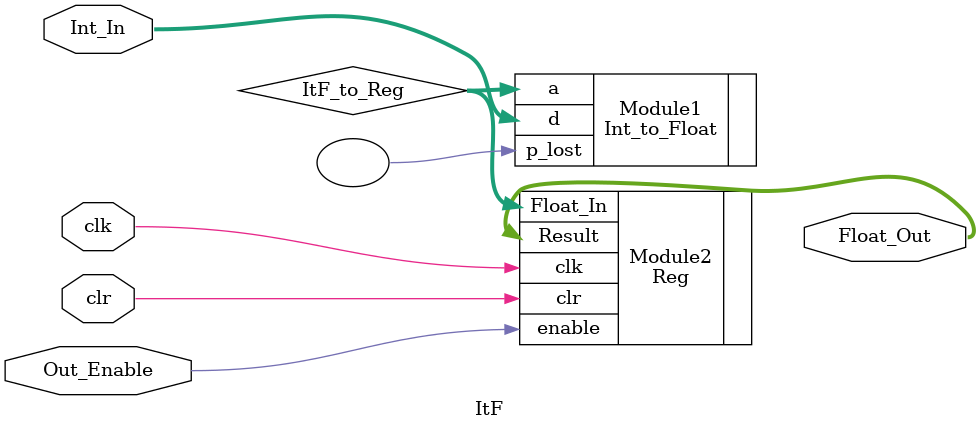
<source format=v>
module ItF (
    Float_Out,Int_In,clk,clr,Out_Enable
);
    input wire [31:0] Int_In;
    output wire [31:0] Float_Out;
    input clk,clr,Out_Enable;

    wire [31:0] ItF_to_Reg;
    Int_to_Float Module1 (
        .d(Int_In),
        .a(ItF_to_Reg),
        .p_lost()
    );

    Reg Module2 (
        .Result(Float_Out),
        .Float_In(ItF_to_Reg),
        .clk(clk),
        .clr(clr),
        .enable(Out_Enable)
    );
endmodule
</source>
